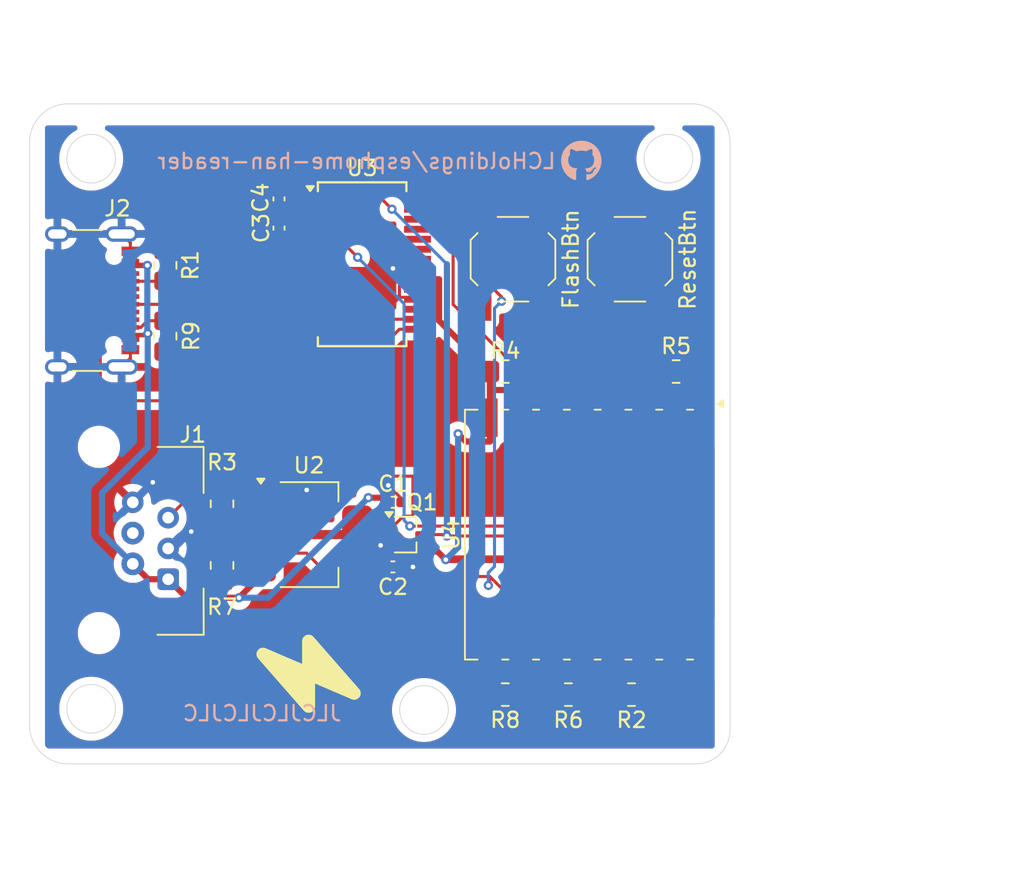
<source format=kicad_pcb>
(kicad_pcb (version 20241129) (generator "pcbnew") (generator_version "8.99")
  (layers (0 "F.Cu" signal) (2 "B.Cu" signal) (13 "F.Paste" user) (15 "B.Paste" user) (5 "F.SilkS" user "F.Silkscreen") (7 "B.SilkS" user "B.Silkscreen") (1 "F.Mask" user) (3 "B.Mask" user) (25 "Edge.Cuts" user))
  (net 0 "")
  (net 1 "GND")
  (net 2 "+5V")
  (net 3 "+3V3")
  (net 5 "Net-(Q1-B)")
  (net 6 "ESP-RX")
  (net 7 "Net-(U4-GPIO15)")
  (net 8 "ESP-TX")
  (net 10 "EN")
  (net 11 "RESET")
  (net 12 "GPIO 2")
  (net 13 "GPIO 0")
  (net 16 "FTDI-DTR")
  (net 19 "USB-DPOS")
  (net 22 "FTDI-RTS")
  (net 28 "USB-DNEG")
  (net 44 "USB-CC2")
  (net 45 "USB-CC1")
  (footprint "Resistor_SMD:R_0805_2012Metric_Pad1.20x1.40mm_HandSolder" (layer "F.Cu") (at 157.9 86.5)
    (property "Reference" "R4")
    (property "Value" "10K" (hide yes))
  )
  (footprint "Capacitor_SMD:C_0402_1005Metric" (layer "F.Cu") (at 150.62 95 180)
    (property "Reference" "C1")
    (property "Value" "22uF" (hide yes))
  )
  (footprint "Resistor_SMD:R_0805_2012Metric_Pad1.20x1.40mm_HandSolder" (layer "F.Cu") (at 135.8 84.2 90)
    (property "Reference" "R9")
    (property "Value" "5K1" (hide yes))
  )
  (footprint "Resistor_SMD:R_0805_2012Metric_Pad1.20x1.40mm_HandSolder" (layer "F.Cu") (at 169 86.5)
    (property "Reference" "R5")
    (property "Value" "10K" (hide yes))
  )
  (footprint "Resistor_SMD:R_0805_2012Metric_Pad1.20x1.40mm_HandSolder" (layer "F.Cu") (at 166.1 107.5 180)
    (property "Reference" "R2")
    (property "Value" "10K" (hide yes))
  )
  (footprint "Resistor_SMD:R_0805_2012Metric_Pad1.20x1.40mm_HandSolder" (layer "F.Cu") (at 139.5 99.1 -90)
    (property "Reference" "R7")
    (property "Value" "10K" (hide yes))
  )
  (footprint "Connector_RJ:RJ12_DS1133-S60BPX" (layer "F.Cu") (at 131.6 97.1)
    (property "Reference" "J1")
    (property "Value" "RJ12" (hide yes))
  )
  (footprint "Resistor_SMD:R_0805_2012Metric_Pad1.20x1.40mm_HandSolder" (layer "F.Cu") (at 139.5 95.1 90)
    (property "Reference" "R3")
    (property "Value" "4K7" (hide yes))
  )
  (footprint "Package_TO_SOT_SMD:SOT-323_SC-70" (layer "F.Cu") (at 151.4 97.1)
    (property "Reference" "Q1")
    (property "Value" "BC817W" (hide yes))
  )
  (footprint "Button_Switch_SMD:SW_SPST_TL3342" (layer "F.Cu") (at 158.4 79.2 90)
    (property "Reference" "SW2" (hide yes))
    (property "Value" "FlashBtn")
  )
  (footprint "Capacitor_SMD:C_0402_1005Metric" (layer "F.Cu") (at 150.6 99.2)
    (property "Reference" "C2")
    (property "Value" "22uF" (hide yes))
  )
  (footprint "Package_SO:SSOP-28_5.3x10.2mm_P0.65mm" (layer "F.Cu") (at 148.6 79.525)
    (property "Reference" "U3")
    (property "Value" "FT232RL" (hide yes))
  )
  (footprint "Capacitor_SMD:C_0402_1005Metric" (layer "F.Cu") (at 143.2 77.18 90)
    (property "Reference" "C3")
    (property "Value" "0.1 µF" (hide yes))
  )
  (footprint "Button_Switch_SMD:SW_SPST_TL3342" (layer "F.Cu") (at 166 79.2 90)
    (property "Reference" "SW1" (hide yes))
    (property "Value" "ResetBtn")
  )
  (footprint "Connector_USB:USB_C_Receptacle_XKB_U262-16XN-4BVC11" (layer "F.Cu") (at 129.875 81.88 -90)
    (property "Reference" "J2")
    (property "Value" "YTC-TC16-473" (hide yes))
  )
  (footprint "Resistor_SMD:R_0805_2012Metric_Pad1.20x1.40mm_HandSolder" (layer "F.Cu") (at 162 107.5 180)
    (property "Reference" "R6")
    (property "Value" "10K" (hide yes))
  )
  (footprint "Resistor_SMD:R_0805_2012Metric_Pad1.20x1.40mm_HandSolder" (layer "F.Cu") (at 157.9 107.5 180)
    (property "Reference" "R8")
    (property "Value" "10K" (hide yes))
  )
  (footprint "RF_Module:ESP-07" (layer "F.Cu") (at 166 97.1 -90)
    (property "Reference" "U4")
    (property "Value" "ESP-07" (hide yes))
  )
  (footprint "Package_TO_SOT_SMD:SOT-223-3_TabPin2" (layer "F.Cu") (at 145.15 97.1)
    (property "Reference" "U2")
    (property "Value" "TLV1117LV33DCYT" (hide yes))
  )
  (footprint "Resistor_SMD:R_0805_2012Metric_Pad1.20x1.40mm_HandSolder" (layer "F.Cu") (at 135.8 79.6 -90)
    (property "Reference" "R1")
    (property "Value" "5K1" (hide yes))
  )
  (footprint "Capacitor_SMD:C_0402_1005Metric" (layer "F.Cu") (at 143.2 75.28 -90)
    (property "Reference" "C4")
    (property "Value" "0.1 µF" (hide yes))
  )
  (gr_poly (pts (xy 148.507111 107.462381) (xy 148.501478 107.497076) (xy 148.492926 107.531338) (xy 148.481444 107.564979) (xy 148.474601 107.581509) (xy 148.467021 107.597814) (xy 148.458702 107.613872) (xy 148.449644 107.629657) (xy 148.439844 107.645149) (xy 148.429302 107.660322) (xy 148.418113 107.675029) (xy 148.406389 107.689134) (xy 148.381427 107.715507) (xy 148.3546 107.739393) (xy 148.326094 107.76074) (xy 148.296092 107.779498) (xy 148.264777 107.795616) (xy 148.232335 107.809045) (xy 148.198949 107.819734) (xy 148.164804 107.827632) (xy 148.130083 107.832689) (xy 148.09497 107.834855) (xy 148.05965 107.834079) (xy 148.024307 107.830311) (xy 147.989125 107.823501) (xy 147.954288 107.813598) (xy 147.937056 107.807471) (xy 147.919979 107.800552) (xy 145.545344 106.783229) (xy 145.545344 108.25828) (xy 145.545024 108.274839) (xy 145.544071 108.291268) (xy 145.542494 108.307553) (xy 145.540305 108.32368) (xy 145.537514 108.339635) (xy 145.534129 108.355405) (xy 145.530163 108.370977) (xy 145.525624 108.386335) (xy 145.520523 108.401466) (xy 145.514871 108.416357) (xy 145.508677 108.430994) (xy 145.501951 108.445362) (xy 145.494704 108.459449) (xy 145.486946 108.473239) (xy 145.478687 108.48672) (xy 145.469938 108.499878) (xy 145.460707 108.512699) (xy 145.451007 108.525168) (xy 145.440846 108.537273) (xy 145.430235 108.548999) (xy 145.419184 108.560333) (xy 145.407703 108.571261) (xy 145.395803 108.581768) (xy 145.383493 108.591842) (xy 145.370785 108.601468) (xy 145.357687 108.610632) (xy 145.34421 108.619321) (xy 145.330365 108.627522) (xy 145.316161 108.635219) (xy 145.301609 108.6424) (xy 145.286719 108.64905) (xy 145.2715 108.655155) (xy 145.256058 108.660664) (xy 145.240501 108.665533) (xy 145.224847 108.669768) (xy 145.209111 108.673374) (xy 145.193312 108.676355) (xy 145.177465 108.678715) (xy 145.161589 108.68046) (xy 145.145699 108.681593) (xy 145.113948 108.682045) (xy 145.082349 108.680108) (xy 145.051036 108.675818) (xy 145.020146 108.669212) (xy 144.989814 108.660327) (xy 144.960176 108.6492) (xy 144.931367 108.635868) (xy 144.903523 108.620367) (xy 144.87678 108.602735) (xy 144.863863 108.593131) (xy 144.851273 108.583008) (xy 144.839025 108.57237) (xy 144.827138 108.561222) (xy 144.815627 108.54957) (xy 144.804511 108.537416) (xy 141.841178 105.15075) (xy 141.829372 105.136537) (xy 141.818266 105.121945) (xy 141.807861 105.106997) (xy 141.798157 105.091715) (xy 141.780861 105.060244) (xy 141.766391 105.027718) (xy 141.754758 104.994325) (xy 141.745974 104.96025) (xy 141.74005 104.925678) (xy 141.736998 104.890797) (xy 141.73683 104.855791) (xy 141.739556 104.820847) (xy 141.745189 104.786152) (xy 141.753741 104.75189) (xy 141.765223 104.718249) (xy 141.772066 104.701719) (xy 141.779647 104.685414) (xy 141.787965 104.669357) (xy 141.797023 104.653571) (xy 141.806823 104.638079) (xy 141.817365 104.622906) (xy 141.828554 104.608199) (xy 141.840278 104.594094) (xy 141.86524 104.567721) (xy 141.892067 104.543835) (xy 141.920573 104.522488) (xy 141.950575 104.50373) (xy 141.98189 104.487612) (xy 142.014332 104.474183) (xy 142.047718 104.463494) (xy 142.081863 104.455596) (xy 142.116584 104.450539) (xy 142.151697 104.448373) (xy 142.187017 104.449149) (xy 142.22236 104.452917) (xy 142.257542 104.459727) (xy 142.29238 104.46963) (xy 142.309611 104.475757) (xy 142.326688 104.482677) (xy 144.7 105.5) (xy 144.7 104.024948) (xy 144.700324 104.008505) (xy 144.701288 103.992178) (xy 144.702882 103.975981) (xy 144.705096 103.959928) (xy 144.707917 103.944034) (xy 144.711337 103.928314) (xy 144.715344 103.912781) (xy 144.719927 103.897451) (xy 144.725076 103.882339) (xy 144.73078 103.867457) (xy 144.737029 103.852822) (xy 144.743812 103.838447) (xy 144.751118 103.824348) (xy 144.758936 103.810538) (xy 144.767256 103.797033) (xy 144.776068 103.783846) (xy 144.78536 103.770993) (xy 144.795123 103.758487) (xy 144.805344 103.746344) (xy 144.816014 103.734578) (xy 144.827122 103.723203) (xy 144.838657 103.712234) (xy 144.850609 103.701686) (xy 144.862967 103.691572) (xy 144.875721 103.681909) (xy 144.888859 103.672709) (xy 144.90237 103.663988) (xy 144.916246 103.655761) (xy 144.930474 103.648041) (xy 144.945044 103.640843) (xy 144.959945 103.634182) (xy 144.975167 103.628072) (xy 144.990609 103.622564) (xy 145.006166 103.617695) (xy 145.021821 103.61346) (xy 145.037556 103.609854) (xy 145.053356 103.606873) (xy 145.069202 103.604513) (xy 145.085079 103.602768) (xy 145.100968 103.601635) (xy 145.132719 103.601183) (xy 145.164318 103.603121) (xy 145.195631 103.607411) (xy 145.226521 103.614017) (xy 145.256853 103.622901) (xy 145.286492 103.634028) (xy 145.315301 103.64736) (xy 145.343145 103.662861) (xy 145.369888 103.680493) (xy 145.382804 103.690097) (xy 145.395395 103.700221) (xy 145.407642 103.710858) (xy 145.41953 103.722006) (xy 145.43104 103.733659) (xy 145.442157 103.745812) (xy 148.40549 107.132479) (xy 148.417295 107.146691) (xy 148.428401 107.161283) (xy 148.438807 107.176232) (xy 148.44851 107.191514) (xy 148.465806 107.222985) (xy 148.480276 107.25551) (xy 148.491909 107.288903) (xy 148.500693 107.322978) (xy 148.506617 107.35755) (xy 148.509669 107.392432) (xy 148.509838 107.427437)) (stroke (width -0.000001)) (fill yes) (layer "F.SilkS"))
  (gr_poly (pts (xy 163.626387 73.317632) (xy 163.625474 73.317728) (xy 163.624553 73.31787) (xy 163.623625 73.318058) (xy 163.622693 73.318291) (xy 163.621758 73.318568) (xy 163.619885 73.319249) (xy 163.61802 73.320094) (xy 163.616175 73.321092) (xy 163.614365 73.322236) (xy 163.612602 73.323518) (xy 163.6109 73.324928) (xy 163.609271 73.326458) (xy 163.60845 73.327407) (xy 163.607672 73.328366) (xy 163.606938 73.329334) (xy 163.606247 73.33031) (xy 163.605601 73.331292) (xy 163.605 73.332278) (xy 163.604442 73.333266) (xy 163.60393 73.334255) (xy 163.603463 73.335244) (xy 163.603041 73.33623) (xy 163.602664 73.337212) (xy 163.602332 73.338188) (xy 163.602047 73.339157) (xy 163.601807 73.340117) (xy 163.601613 73.341066) (xy 163.601466 73.342003) (xy 163.601365 73.342926) (xy 163.601311 73.343833) (xy 163.601304 73.344723) (xy 163.601344 73.345594) (xy 163.601431 73.346445) (xy 163.601566 73.347273) (xy 163.601749 73.348078) (xy 163.601979 73.348857) (xy 163.602257 73.349609) (xy 163.602584 73.350332) (xy 163.602959 73.351025) (xy 163.603382 73.351686) (xy 163.603855 73.352313) (xy 163.604376 73.352905) (xy 163.604947 73.353459) (xy 163.605567 73.353975) (xy 163.606227 73.354589) (xy 163.606917 73.355142) (xy 163.607634 73.355636) (xy 163.608377 73.35607) (xy 163.609145 73.356447) (xy 163.609936 73.356767) (xy 163.610747 73.357031) (xy 163.611578 73.357241) (xy 163.612427 73.357397) (xy 163.613292 73.357501) (xy 163.614172 73.357554) (xy 163.615064 73.357556) (xy 163.615968 73.357509) (xy 163.616881 73.357414) (xy 163.617803 73.357272) (xy 163.61873 73.357084) (xy 163.619662 73.356851) (xy 163.620598 73.356574) (xy 163.622471 73.355892) (xy 163.624336 73.355048) (xy 163.62618 73.35405) (xy 163.62799 73.352905) (xy 163.629753 73.351624) (xy 163.631455 73.350214) (xy 163.633084 73.348683) (xy 163.633905 73.347735) (xy 163.634684 73.346776) (xy 163.635418 73.345807) (xy 163.636108 73.344831) (xy 163.636754 73.34385) (xy 163.637356 73.342864) (xy 163.637913 73.341876) (xy 163.638425 73.340886) (xy 163.638893 73.339898) (xy 163.639315 73.338912) (xy 163.639692 73.33793) (xy 163.640023 73.336954) (xy 163.640309 73.335985) (xy 163.640548 73.335025) (xy 163.640742 73.334076) (xy 163.640889 73.333139) (xy 163.64099 73.332216) (xy 163.641044 73.331309) (xy 163.641051 73.330419) (xy 163.641011 73.329548) (xy 163.640924 73.328697) (xy 163.640789 73.327868) (xy 163.640607 73.327064) (xy 163.640376 73.326285) (xy 163.640098 73.325533) (xy 163.639772 73.324809) (xy 163.639397 73.324117) (xy 163.638973 73.323456) (xy 163.6385 73.322829) (xy 163.637979 73.322237) (xy 163.637408 73.321683) (xy 163.636788 73.321167) (xy 163.636128 73.320553) (xy 163.635438 73.319999) (xy 163.634721 73.319506) (xy 163.633978 73.319072) (xy 163.63321 73.318695) (xy 163.63242 73.318375) (xy 163.631608 73.318111) (xy 163.630777 73.317901) (xy 163.629928 73.317744) (xy 163.629063 73.31764) (xy 163.628183 73.317588) (xy 163.627291 73.317586)) (stroke (width -0.000001)) (fill yes) (layer "B.SilkS"))
  (gr_poly (pts (xy 163.198247 73.523629) (xy 163.196858 73.523693) (xy 163.195486 73.523803) (xy 163.194133 73.523956) (xy 163.192801 73.524152) (xy 163.191492 73.524389) (xy 163.190208 73.524668) (xy 163.188952 73.524987) (xy 163.187726 73.525344) (xy 163.186532 73.52574) (xy 163.185371 73.526172) (xy 163.184246 73.526641) (xy 163.18316 73.527145) (xy 163.182114 73.527682) (xy 163.18111 73.528253) (xy 163.180151 73.528857) (xy 163.179239 73.529491) (xy 163.178375 73.530155) (xy 163.177563 73.530849) (xy 163.176803 73.531571) (xy 163.176099 73.532321) (xy 163.175452 73.533096) (xy 163.174865 73.533898) (xy 163.174339 73.534723) (xy 163.173877 73.535572) (xy 163.173481 73.536444) (xy 163.173153 73.537337) (xy 163.172895 73.53825) (xy 163.172709 73.539183) (xy 163.172596 73.540174) (xy 163.172552 73.54116) (xy 163.172577 73.542141) (xy 163.17267 73.543116) (xy 163.172828 73.544083) (xy 163.173051 73.545042) (xy 163.173337 73.545992) (xy 163.173685 73.546931) (xy 163.174093 73.547858) (xy 163.17456 73.548772) (xy 163.175085 73.549673) (xy 163.175667 73.550559) (xy 163.176304 73.551429) (xy 163.176994 73.552283) (xy 163.17853 73.553934) (xy 163.180264 73.555504) (xy 163.182187 73.556986) (xy 163.184285 73.55837) (xy 163.18655 73.559647) (xy 163.18897 73.56081) (xy 163.191534 73.56185) (xy 163.194231 73.562757) (xy 163.197051 73.563525) (xy 163.198532 73.563841) (xy 163.2 73.564097) (xy 163.201451 73.564293) (xy 163.202885 73.564431) (xy 163.204299 73.564512) (xy 163.205691 73.564538) (xy 163.20706 73.564508) (xy 163.208403 73.564426) (xy 163.209719 73.564292) (xy 163.211007 73.564107) (xy 163.212263 73.563873) (xy 163.213487 73.56359) (xy 163.214676 73.563261) (xy 163.215829 73.562886) (xy 163.216944 73.562466) (xy 163.218019 73.562004) (xy 163.219052 73.561499) (xy 163.220041 73.560954) (xy 163.220985 73.56037) (xy 163.221881 73.559747) (xy 163.222728 73.559088) (xy 163.223524 73.558393) (xy 163.224268 73.557664) (xy 163.224956 73.556902) (xy 163.225588 73.556108) (xy 163.226161 73.555284) (xy 163.226674 73.55443) (xy 163.227125 73.553548) (xy 163.227512 73.55264) (xy 163.227834 73.551706) (xy 163.228087 73.550748) (xy 163.228271 73.549767) (xy 163.228385 73.548632) (xy 163.228428 73.54751) (xy 163.228403 73.546403) (xy 163.228311 73.54531) (xy 163.228152 73.544233) (xy 163.22793 73.543172) (xy 163.227644 73.542128) (xy 163.227296 73.541102) (xy 163.226888 73.540094) (xy 163.22642 73.539106) (xy 163.225895 73.538138) (xy 163.225313 73.537191) (xy 163.224677 73.536265) (xy 163.223987 73.535362) (xy 163.223244 73.534483) (xy 163.222451 73.533627) (xy 163.220716 73.531991) (xy 163.218794 73.53046) (xy 163.216695 73.529041) (xy 163.21443 73.52774) (xy 163.212011 73.526563) (xy 163.209447 73.525516) (xy 163.20675 73.524605) (xy 163.20393 73.523837) (xy 163.202495 73.523713) (xy 163.201068 73.523638) (xy 163.199651 73.52361)) (stroke (width -0.000001)) (fill yes) (layer "B.SilkS"))
  (gr_poly (pts (xy 163.509401 73.461393) (xy 163.508247 73.461463) (xy 163.507076 73.461594) (xy 163.505891 73.461786) (xy 163.504695 73.462038) (xy 163.50349 73.462351) (xy 163.502277 73.462724) (xy 163.501061 73.463158) (xy 163.499843 73.463653) (xy 163.498625 73.46421) (xy 163.49741 73.464827) (xy 163.496201 73.465506) (xy 163.495 73.466246) (xy 163.493809 73.467047) (xy 163.49263 73.46791) (xy 163.491467 73.468835) (xy 163.490321 73.469821) (xy 163.489196 73.470869) (xy 163.488092 73.471979) (xy 163.487122 73.472938) (xy 163.486195 73.473929) (xy 163.485313 73.474948) (xy 163.484476 73.475994) (xy 163.483684 73.477062) (xy 163.482938 73.478151) (xy 163.482238 73.479258) (xy 163.481585 73.48038) (xy 163.480979 73.481514) (xy 163.480422 73.482658) (xy 163.479912 73.483809) (xy 163.479451 73.484965) (xy 163.479039 73.486121) (xy 163.478677 73.487277) (xy 163.478365 73.488429) (xy 163.478104 73.489574) (xy 163.477894 73.49071) (xy 163.477736 73.491834) (xy 163.47763 73.492943) (xy 163.477576 73.494035) (xy 163.477576 73.495106) (xy 163.477629 73.496155) (xy 163.477736 73.497178) (xy 163.477898 73.498173) (xy 163.478114 73.499137) (xy 163.478386 73.500067) (xy 163.478715 73.500961) (xy 163.479099 73.501815) (xy 163.479541 73.502628) (xy 163.48004 73.503396) (xy 163.480598 73.504117) (xy 163.481213 73.504788) (xy 163.481882 73.505552) (xy 163.482599 73.506257) (xy 163.483361 73.506903) (xy 163.484167 73.50749) (xy 163.485013 73.508018) (xy 163.485899 73.508486) (xy 163.486821 73.508895) (xy 163.487778 73.509244) (xy 163.488768 73.509534) (xy 163.489787 73.509763) (xy 163.490836 73.509933) (xy 163.49191 73.510043) (xy 163.493008 73.510093) (xy 163.494129 73.510082) (xy 163.495269 73.510012) (xy 163.496427 73.509881) (xy 163.4976 73.509689) (xy 163.498786 73.509437) (xy 163.499984 73.509125) (xy 163.501191 73.508751) (xy 163.502405 73.508317) (xy 163.503624 73.507822) (xy 163.506067 73.506648) (xy 163.508505 73.505229) (xy 163.509716 73.504428) (xy 163.510919 73.503565) (xy 163.512112 73.50264) (xy 163.513292 73.501654) (xy 163.514459 73.500606) (xy 163.515609 73.499496) (xy 163.516723 73.498537) (xy 163.517785 73.497546) (xy 163.518793 73.496527) (xy 163.519746 73.495482) (xy 163.520645 73.494413) (xy 163.521489 73.493324) (xy 163.522277 73.492217) (xy 163.523009 73.491095) (xy 163.523684 73.489961) (xy 163.524303 73.488817) (xy 163.524864 73.487666) (xy 163.525366 73.486511) (xy 163.525811 73.485354) (xy 163.526196 73.484198) (xy 163.526522 73.483046) (xy 163.526788 73.481901) (xy 163.526993 73.480765) (xy 163.527137 73.479641) (xy 163.52722 73.478532) (xy 163.527241 73.47744) (xy 163.5272 73.476369) (xy 163.527096 73.47532) (xy 163.526928 73.474297) (xy 163.526697 73.473302) (xy 163.526401 73.472338) (xy 163.52604 73.471408) (xy 163.525614 73.470514) (xy 163.525123 73.46966) (xy 163.524565 73.468847) (xy 163.52394 73.468079) (xy 163.523248 73.467358) (xy 163.522488 73.466687) (xy 163.521817 73.465923) (xy 163.521096 73.465218) (xy 163.520327 73.464572) (xy 163.519513 73.463985) (xy 163.518655 73.463457) (xy 163.517757 73.462989) (xy 163.516821 73.46258) (xy 163.515849 73.462231) (xy 163.514843 73.461941) (xy 163.513807 73.461712) (xy 163.512742 73.461542) (xy 163.511651 73.461432) (xy 163.510537 73.461382)) (stroke (width -0.000001)) (fill yes) (layer "B.SilkS"))
  (gr_poly (pts (xy 163.572679 73.385905) (xy 163.57167 73.386016) (xy 163.570655 73.386187) (xy 163.569637 73.386417) (xy 163.568618 73.386704) (xy 163.5676 73.387048) (xy 163.566584 73.387448) (xy 163.565575 73.387902) (xy 163.564572 73.388411) (xy 163.563579 73.388972) (xy 163.562598 73.389586) (xy 163.56163 73.39025) (xy 163.560678 73.390964) (xy 163.559745 73.391728) (xy 163.558831 73.392539) (xy 163.55794 73.393398) (xy 163.557073 73.394302) (xy 163.556233 73.395252) (xy 163.555421 73.396246) (xy 163.55464 73.397283) (xy 163.553893 73.398363) (xy 163.55318 73.399483) (xy 163.552411 73.400629) (xy 163.551691 73.401782) (xy 163.551022 73.402941) (xy 163.550402 73.404105) (xy 163.549831 73.405272) (xy 163.54931 73.406441) (xy 163.548839 73.40761) (xy 163.548417 73.408777) (xy 163.548045 73.409941) (xy 163.547723 73.4111) (xy 163.54745 73.412253) (xy 163.547227 73.413399) (xy 163.547053 73.414535) (xy 163.546929 73.41566) (xy 163.546855 73.416773) (xy 163.54683 73.417872) (xy 163.546855 73.418955) (xy 163.546929 73.420022) (xy 163.547053 73.421069) (xy 163.547227 73.422097) (xy 163.54745 73.423103) (xy 163.547723 73.424085) (xy 163.548045 73.425043) (xy 163.548417 73.425975) (xy 163.548839 73.426878) (xy 163.54931 73.427752) (xy 163.549831 73.428595) (xy 163.550402 73.429406) (xy 163.551022 73.430182) (xy 163.551691 73.430923) (xy 163.552411 73.431627) (xy 163.55318 73.432292) (xy 163.553846 73.432757) (xy 163.554553 73.433161) (xy 163.555299 73.433504) (xy 163.556081 73.433787) (xy 163.556896 73.434011) (xy 163.557743 73.434176) (xy 163.558619 73.434284) (xy 163.559521 73.434334) (xy 163.560448 73.434327) (xy 163.561396 73.434265) (xy 163.562363 73.434147) (xy 163.563347 73.433975) (xy 163.564345 73.433749) (xy 163.565355 73.43347) (xy 163.566374 73.433138) (xy 163.567401 73.432755) (xy 163.569466 73.431835) (xy 163.57153 73.430715) (xy 163.573574 73.429402) (xy 163.575578 73.427901) (xy 163.577524 73.426217) (xy 163.578468 73.425308) (xy 163.579391 73.424355) (xy 163.580289 73.423359) (xy 163.581161 73.422321) (xy 163.582003 73.421241) (xy 163.582813 73.420121) (xy 163.583582 73.418975) (xy 163.584301 73.417823) (xy 163.584971 73.416664) (xy 163.585591 73.415502) (xy 163.586162 73.414338) (xy 163.586683 73.413174) (xy 163.587154 73.412011) (xy 163.587576 73.410852) (xy 163.587948 73.409699) (xy 163.58827 73.408552) (xy 163.588543 73.407415) (xy 163.588766 73.406289) (xy 163.58894 73.405176) (xy 163.589064 73.404077) (xy 163.589138 73.402995) (xy 163.589163 73.401931) (xy 163.589138 73.400887) (xy 163.589064 73.399865) (xy 163.58894 73.398867) (xy 163.588766 73.397895) (xy 163.588543 73.39695) (xy 163.58827 73.396035) (xy 163.587948 73.39515) (xy 163.587576 73.394299) (xy 163.587154 73.393483) (xy 163.586683 73.392703) (xy 163.586162 73.391962) (xy 163.585591 73.391262) (xy 163.584971 73.390603) (xy 163.584301 73.389989) (xy 163.583582 73.389421) (xy 163.582813 73.3889) (xy 163.582004 73.38829) (xy 163.581166 73.387751) (xy 163.580302 73.387282) (xy 163.579413 73.38688) (xy 163.578501 73.386547) (xy 163.577569 73.386279) (xy 163.576619 73.386077) (xy 163.575653 73.38594) (xy 163.574673 73.385866) (xy 163.573681 73.385855)) (stroke (width -0.000001)) (fill yes) (layer "B.SilkS"))
  (gr_poly (pts (xy 163.410221 73.519688) (xy 163.407608 73.520072) (xy 163.405013 73.520662) (xy 163.403542 73.52113) (xy 163.402107 73.52164) (xy 163.400708 73.52219) (xy 163.399347 73.522778) (xy 163.398026 73.523403) (xy 163.396746 73.524063) (xy 163.395508 73.524757) (xy 163.394314 73.525483) (xy 163.393165 73.526239) (xy 163.392062 73.527023) (xy 163.391006 73.527835) (xy 163.39 73.528671) (xy 163.389044 73.529532) (xy 163.38814 73.530414) (xy 163.387289 73.531317) (xy 163.386492 73.532238) (xy 163.385751 73.533176) (xy 163.385068 73.53413) (xy 163.384443 73.535098) (xy 163.383877 73.536078) (xy 163.383373 73.537068) (xy 163.382932 73.538067) (xy 163.382555 73.539073) (xy 163.382242 73.540085) (xy 163.381997 73.5411) (xy 163.381819 73.542118) (xy 163.381711 73.543136) (xy 163.381674 73.544154) (xy 163.381709 73.545168) (xy 163.381817 73.546178) (xy 163.382 73.547183) (xy 163.382259 73.548179) (xy 163.382593 73.549156) (xy 163.382999 73.5501) (xy 163.383475 73.551012) (xy 163.384016 73.55189) (xy 163.384621 73.552732) (xy 163.385287 73.553539) (xy 163.386011 73.554309) (xy 163.38679 73.555042) (xy 163.387622 73.555735) (xy 163.388504 73.556389) (xy 163.390407 73.557574) (xy 163.392478 73.558588) (xy 163.394694 73.559424) (xy 163.397035 73.560074) (xy 163.399477 73.56053) (xy 163.402001 73.560784) (xy 163.404583 73.56083) (xy 163.407203 73.560658) (xy 163.409838 73.560261) (xy 163.412466 73.559632) (xy 163.413772 73.559228) (xy 163.415067 73.558763) (xy 163.41654 73.558439) (xy 163.41798 73.558064) (xy 163.419385 73.557641) (xy 163.420755 73.557171) (xy 163.422087 73.556656) (xy 163.42338 73.556098) (xy 163.424631 73.555498) (xy 163.425841 73.55486) (xy 163.427006 73.554184) (xy 163.428125 73.553473) (xy 163.429197 73.552729) (xy 163.43022 73.551954) (xy 163.431192 73.551149) (xy 163.432111 73.550316) (xy 163.432977 73.549458) (xy 163.433787 73.548576) (xy 163.434539 73.547673) (xy 163.435232 73.546749) (xy 163.435865 73.545808) (xy 163.436435 73.544851) (xy 163.436942 73.54388) (xy 163.437383 73.542897) (xy 163.437756 73.541904) (xy 163.438061 73.540903) (xy 163.438295 73.539896) (xy 163.438457 73.538884) (xy 163.438546 73.53787) (xy 163.438558 73.536856) (xy 163.438494 73.535843) (xy 163.438351 73.534834) (xy 163.438127 73.53383) (xy 163.437821 73.532833) (xy 163.43744 73.531857) (xy 163.436994 73.530912) (xy 163.436484 73.529999) (xy 163.435913 73.52912) (xy 163.435283 73.528274) (xy 163.434597 73.527463) (xy 163.433858 73.526686) (xy 163.433067 73.525946) (xy 163.431342 73.524575) (xy 163.429441 73.523355) (xy 163.427383 73.522291) (xy 163.425188 73.52139) (xy 163.422875 73.520656) (xy 163.420463 73.520095) (xy 163.417973 73.519712) (xy 163.415423 73.519513) (xy 163.412832 73.519503)) (stroke (width -0.000001)) (fill yes) (layer "B.SilkS"))
  (gr_poly (pts (xy 163.680405 73.272986) (xy 163.678683 73.273095) (xy 163.676896 73.273309) (xy 163.675048 73.27363) (xy 163.673143 73.27406) (xy 163.671184 73.2746) (xy 163.669262 73.275628) (xy 163.66835 73.276168) (xy 163.66747 73.276724) (xy 163.666625 73.277295) (xy 163.665813 73.27788) (xy 163.665037 73.278479) (xy 163.664296 73.27909) (xy 163.663592 73.279712) (xy 163.662925 73.280346) (xy 163.662296 73.280989) (xy 163.661705 73.281641) (xy 163.661154 73.282302) (xy 163.660642 73.28297) (xy 163.660171 73.283644) (xy 163.659741 73.284323) (xy 163.659352 73.285008) (xy 163.659007 73.285696) (xy 163.658704 73.286387) (xy 163.658446 73.28708) (xy 163.658232 73.287774) (xy 163.658063 73.288468) (xy 163.65794 73.289162) (xy 163.657864 73.289855) (xy 163.657835 73.290545) (xy 163.657854 73.291232) (xy 163.657921 73.291915) (xy 163.658038 73.292593) (xy 163.658205 73.293265) (xy 163.658423 73.29393) (xy 163.658692 73.294588) (xy 163.659013 73.295237) (xy 163.65938 73.295915) (xy 163.659786 73.296558) (xy 163.660229 73.297167) (xy 163.660707 73.297741) (xy 163.661219 73.29828) (xy 163.661763 73.298784) (xy 163.662337 73.299253) (xy 163.66294 73.299686) (xy 163.663571 73.300083) (xy 163.664227 73.300445) (xy 163.664906 73.300771) (xy 163.665608 73.30106) (xy 163.66633 73.301313) (xy 163.667072 73.30153) (xy 163.66783 73.301709) (xy 163.668604 73.301852) (xy 163.669392 73.301957) (xy 163.670193 73.302025) (xy 163.671824 73.302048) (xy 163.673484 73.30192) (xy 163.675161 73.301637) (xy 163.676841 73.3012) (xy 163.677678 73.300922) (xy 163.678511 73.300606) (xy 163.679338 73.300249) (xy 163.680157 73.299853) (xy 163.680968 73.299418) (xy 163.681767 73.298942) (xy 163.683689 73.297913) (xy 163.684601 73.297374) (xy 163.685481 73.296818) (xy 163.686326 73.296247) (xy 163.687138 73.295662) (xy 163.687914 73.295063) (xy 163.688655 73.294452) (xy 163.689359 73.293829) (xy 163.690026 73.293196) (xy 163.690655 73.292553) (xy 163.691246 73.2919) (xy 163.691797 73.29124) (xy 163.692309 73.290572) (xy 163.69278 73.289898) (xy 163.69321 73.289218) (xy 163.693599 73.288534) (xy 163.693944 73.287846) (xy 163.694247 73.287155) (xy 163.694505 73.286462) (xy 163.694719 73.285768) (xy 163.694888 73.285073) (xy 163.695011 73.284379) (xy 163.695087 73.283687) (xy 163.695116 73.282997) (xy 163.695097 73.28231) (xy 163.69503 73.281627) (xy 163.694913 73.280949) (xy 163.694746 73.280277) (xy 163.694528 73.279611) (xy 163.694259 73.278954) (xy 163.693938 73.278304) (xy 163.693188 73.277356) (xy 163.692331 73.276496) (xy 163.69137 73.275725) (xy 163.690308 73.275046) (xy 163.689151 73.274461) (xy 163.687901 73.27397) (xy 163.686563 73.273574) (xy 163.685141 73.273277) (xy 163.683638 73.273079) (xy 163.682058 73.272981)) (stroke (width -0.000001)) (fill yes) (layer "B.SilkS"))
  (gr_poly (pts (xy 162.78735 71.497692) (xy 162.719858 71.502508) (xy 162.653345 71.51045) (xy 162.587896 71.521447) (xy 162.523594 71.535431) (xy 162.460522 71.552332) (xy 162.398764 71.572079) (xy 162.338403 71.594603) (xy 162.279524 71.619836) (xy 162.22221 71.647706) (xy 162.166545 71.678144) (xy 162.112611 71.711081) (xy 162.060494 71.746447) (xy 162.010276 71.784172) (xy 161.962041 71.824187) (xy 161.915872 71.866422) (xy 161.871854 71.910806) (xy 161.830069 71.957272) (xy 161.790602 72.005748) (xy 161.753537 72.056166) (xy 161.718956 72.108455) (xy 161.686943 72.162546) (xy 161.657582 72.21837) (xy 161.630957 72.275856) (xy 161.607151 72.334935) (xy 161.586248 72.395537) (xy 161.568331 72.457593) (xy 161.553485 72.521033) (xy 161.541792 72.585787) (xy 161.533336 72.651785) (xy 161.528202 72.718959) (xy 161.526472 72.787238) (xy 161.527517 72.841999) (xy 161.53063 72.89622) (xy 161.535776 72.949856) (xy 161.542921 73.002864) (xy 161.55203 73.055198) (xy 161.563069 73.106815) (xy 161.576003 73.15767) (xy 161.590798 73.207718) (xy 161.607419 73.256917) (xy 161.625832 73.305221) (xy 161.646003 73.352586) (xy 161.667895 73.398968) (xy 161.691477 73.444322) (xy 161.716712 73.488605) (xy 161.743566 73.531771) (xy 161.772005 73.573778) (xy 161.801994 73.614579) (xy 161.833499 73.654132) (xy 161.866486 73.692392) (xy 161.900919 73.729314) (xy 161.936764 73.764855) (xy 161.973988 73.79897) (xy 162.012554 73.831614) (xy 162.05243 73.862744) (xy 162.09358 73.892315) (xy 162.13597 73.920283) (xy 162.179565 73.946604) (xy 162.224331 73.971233) (xy 162.270233 73.994126) (xy 162.317237 74.015238) (xy 162.365309 74.034527) (xy 162.414413 74.051946) (xy 162.420588 74.052931) (xy 162.426516 74.05361) (xy 162.432199 74.053996) (xy 162.437642 74.0541) (xy 162.442846 74.053932) (xy 162.447817 74.053504) (xy 162.452556 74.052827) (xy 162.457069 74.051913) (xy 162.461357 74.050772) (xy 162.465425 74.049416) (xy 162.469275 74.047857) (xy 162.472912 74.046104) (xy 162.476338 74.044171) (xy 162.479557 74.042067) (xy 162.482572 74.039804) (xy 162.485387 74.037394) (xy 162.488006 74.034847) (xy 162.49043 74.032175) (xy 162.492665 74.029389) (xy 162.494713 74.0265) (xy 162.496578 74.02352) (xy 162.498262 74.02046) (xy 162.49977 74.017331) (xy 162.501105 74.014144) (xy 162.502271 74.01091) (xy 162.503269 74.007641) (xy 162.504105 74.004348) (xy 162.504782 74.001043) (xy 162.505669 73.994438) (xy 162.505959 73.987917) (xy 162.504371 73.545533) (xy 162.504847 73.522742) (xy 162.50624 73.500994) (xy 162.508501 73.480279) (xy 162.511581 73.460586) (xy 162.51543 73.441903) (xy 162.519998 73.42422) (xy 162.525236 73.407526) (xy 162.531094 73.39181) (xy 162.537523 73.377062) (xy 162.544472 73.363271) (xy 162.551893 73.350425) (xy 162.559735 73.338513) (xy 162.56795 73.327526) (xy 162.576487 73.317452) (xy 162.585297 73.30828) (xy 162.59433 73.3) (xy 162.483299 73.286248) (xy 162.428425 73.277418) (xy 162.374618 73.266381) (xy 162.322359 73.252462) (xy 162.296959 73.244209) (xy 162.272126 73.234981) (xy 162.24792 73.224693) (xy 162.224401 73.213261) (xy 162.201628 73.200601) (xy 162.179662 73.186626) (xy 162.158562 73.171253) (xy 162.138389 73.154397) (xy 162.119203 73.135974) (xy 162.101063 73.115898) (xy 162.084029 73.094084) (xy 162.068163 73.070449) (xy 162.053522 73.044908) (xy 162.040168 73.017375) (xy 162.028161 72.987767) (xy 162.01756 72.955998) (xy 162.008425 72.921984) (xy 162.000817 72.88564) (xy 161.994795 72.846881) (xy 161.990419 72.805623) (xy 161.98775 72.761781) (xy 161.986846 72.715271) (xy 161.98745 72.688906) (xy 161.98924 72.664092) (xy 161.99219 72.640693) (xy 161.996272 72.618574) (xy 162.001458 72.597599) (xy 162.00772 72.577633) (xy 162.015029 72.558539) (xy 162.023359 72.540183) (xy 162.032681 72.522428) (xy 162.042967 72.505139) (xy 162.05419 72.48818) (xy 162.066321 72.471416) (xy 162.079332 72.454711) (xy 162.093197 72.437929) (xy 162.107886 72.420934) (xy 162.123371 72.403592) (xy 162.117039 72.385809) (xy 162.109522 72.358761) (xy 162.105864 72.342) (xy 162.102563 72.323206) (xy 162.099838 72.302474) (xy 162.097905 72.279899) (xy 162.096983 72.255575) (xy 162.09729 72.229597) (xy 162.099043 72.20206) (xy 162.102461 72.173057) (xy 162.107761 72.142684) (xy 162.11516 72.111035) (xy 162.124877 72.078205) (xy 162.13713 72.044288) (xy 162.147908 72.041625) (xy 162.159456 72.040137) (xy 162.171702 72.039752) (xy 162.184572 72.0404) (xy 162.197993 72.042007) (xy 162.211894 72.044504) (xy 162.2262 72.047818) (xy 162.240838 72.051878) (xy 162.255736 72.056612) (xy 162.270821 72.061949) (xy 162.301259 72.074146) (xy 162.331569 72.087897) (xy 162.361166 72.102628) (xy 162.389467 72.117769) (xy 162.415888 72.132747) (xy 162.460757 72.159927) (xy 162.502255 72.187163) (xy 162.542297 72.176722) (xy 162.582977 72.167633) (xy 162.624191 72.159909) (xy 162.665833 72.153561) (xy 162.707798 72.148602) (xy 162.749979 72.145044) (xy 162.792272 72.142901) (xy 162.834571 72.142183) (xy 162.876871 72.142901) (xy 162.919164 72.145044) (xy 162.961345 72.148602) (xy 163.003309 72.153561) (xy 163.044951 72.159909) (xy 163.086165 72.167633) (xy 163.126846 72.176722) (xy 163.166888 72.187163) (xy 163.208386 72.160002) (xy 163.253255 72.132887) (xy 163.279676 72.11794) (xy 163.307977 72.102827) (xy 163.337574 72.088116) (xy 163.367884 72.074379) (xy 163.398322 72.062184) (xy 163.428305 72.052101) (xy 163.457249 72.0447) (xy 163.471149 72.042184) (xy 163.484571 72.040551) (xy 163.497441 72.039874) (xy 163.509687 72.040224) (xy 163.521235 72.041671) (xy 163.532013 72.044288) (xy 163.53847 72.06133) (xy 163.544266 72.078117) (xy 163.549428 72.094639) (xy 163.553983 72.110883) (xy 163.557959 72.126836) (xy 163.561382 72.142487) (xy 163.564281 72.157824) (xy 163.566682 72.172834) (xy 163.568612 72.187505) (xy 163.570099 72.201825) (xy 163.57117 72.215782) (xy 163.571852 72.229365) (xy 163.572159 72.255355) (xy 163.571238 72.279701) (xy 163.569305 72.302303) (xy 163.566579 72.323066) (xy 163.563279 72.341893) (xy 163.559621 72.358687) (xy 163.555823 72.373351) (xy 163.552104 72.385787) (xy 163.545771 72.403592) (xy 163.561126 72.420841) (xy 163.575446 72.437755) (xy 163.588736 72.454469) (xy 163.601003 72.471118) (xy 163.612253 72.487839) (xy 163.622492 72.504767) (xy 163.631727 72.522037) (xy 163.639963 72.539786) (xy 163.647207 72.558149) (xy 163.653465 72.577261) (xy 163.658743 72.597258) (xy 163.663048 72.618276) (xy 163.666385 72.640451) (xy 163.668761 72.663918) (xy 163.670182 72.688813) (xy 163.670655 72.715271) (xy 163.66979 72.761643) (xy 163.667231 72.805367) (xy 163.663033 72.846527) (xy 163.657253 72.885206) (xy 163.649944 72.921487) (xy 163.641162 72.955454) (xy 163.630963 72.98719) (xy 163.6194 73.01678) (xy 163.60653 73.044306) (xy 163.592407 73.069853) (xy 163.577087 73.093502) (xy 163.560624 73.115339) (xy 163.543075 73.135447) (xy 163.524493 73.153909) (xy 163.504934 73.170808) (xy 163.484454 73.186229) (xy 163.463107 73.200255) (xy 163.440949 73.212968) (xy 163.418034 73.224454) (xy 163.394418 73.234795) (xy 163.345303 73.252376) (xy 163.294045 73.266381) (xy 163.241085 73.277478) (xy 163.186863 73.286335) (xy 163.076401 73.3) (xy 163.083496 73.306828) (xy 163.090478 73.314217) (xy 163.097319 73.322171) (xy 163.103992 73.330692) (xy 163.110469 73.339783) (xy 163.116724 73.349448) (xy 163.122729 73.35969) (xy 163.128457 73.370512) (xy 163.133882 73.381916) (xy 163.138976 73.393906) (xy 163.143711 73.406486) (xy 163.148061 73.419658) (xy 163.151999 73.433425) (xy 163.155498 73.447791) (xy 163.158529 73.462758) (xy 163.161067 73.478329) (xy 163.176596 73.485087) (xy 163.194616 73.491982) (xy 163.214836 73.498595) (xy 163.23697 73.504506) (xy 163.260728 73.509295) (xy 163.285822 73.512541) (xy 163.311965 73.513825) (xy 163.325339 73.513599) (xy 163.338867 73.512725) (xy 163.352513 73.511151) (xy 163.366241 73.508823) (xy 163.380014 73.505689) (xy 163.393797 73.501697) (xy 163.407554 73.496795) (xy 163.421248 73.490929) (xy 163.434844 73.484047) (xy 163.448306 73.476097) (xy 163.461596 73.467026) (xy 163.474681 73.456782) (xy 163.487522 73.445311) (xy 163.500085 73.432563) (xy 163.512334 73.418483) (xy 163.524231 73.40302) (xy 163.535742 73.386121) (xy 163.54683 73.367733) (xy 163.553794 73.356261) (xy 163.561071 73.345446) (xy 163.568624 73.335268) (xy 163.576421 73.325708) (xy 163.584424 73.316748) (xy 163.5926 73.308367) (xy 163.600913 73.300548) (xy 163.609329 73.29327) (xy 163.617812 73.286514) (xy 163.626328 73.280262) (xy 163.634841 73.274494) (xy 163.643317 73.269191) (xy 163.65172 73.264333) (xy 163.660016 73.259902) (xy 163.668169 73.255878) (xy 163.676145 73.252243) (xy 163.691424 73.24606) (xy 163.705575 73.241199) (xy 163.718315 73.237507) (xy 163.729367 73.23483) (xy 163.73845 73.233015) (xy 163.745285 73.231909) (xy 163.751088 73.231209) (xy 163.762519 73.231303) (xy 163.772548 73.231862) (xy 163.781244 73.232856) (xy 163.788674 73.234254) (xy 163.794908 73.236026) (xy 163.800012 73.238139) (xy 163.804055 73.240565) (xy 163.807105 73.243272) (xy 163.809231 73.246229) (xy 163.8105 73.249406) (xy 163.81098 73.252771) (xy 163.81074 73.256295) (xy 163.809848 73.259947) (xy 163.808371 73.263695) (xy 163.806379 73.267509) (xy 163.803939 73.271359) (xy 163.801118 73.275213) (xy 163.797986 73.279042) (xy 163.79106 73.286497) (xy 163.783704 73.29348) (xy 163.776463 73.299744) (xy 163.764508 73.309134) (xy 163.759555 73.3127) (xy 163.751497 73.316748) (xy 163.743601 73.321416) (xy 163.735872 73.326655) (xy 163.728317 73.332417) (xy 163.720942 73.338652) (xy 163.713753 73.345311) (xy 163.706756 73.352345) (xy 163.699957 73.359705) (xy 163.68698 73.375206) (xy 163.674871 73.391421) (xy 163.66368 73.407957) (xy 163.653457 73.42442) (xy 163.64425 73.440419) (xy 163.63611 73.45556) (xy 163.629086 73.469449) (xy 163.623228 73.481694) (xy 163.612446 73.506375) (xy 163.604317 73.527685) (xy 163.594594 73.547213) (xy 163.583399 73.565033) (xy 163.570854 73.581215) (xy 163.55708 73.595833) (xy 163.542198 73.60896) (xy 163.52633 73.620667) (xy 163.509598 73.631027) (xy 163.492122 73.640113) (xy 163.474024 73.647997) (xy 163.455425 73.654752) (xy 163.436448 73.660449) (xy 163.417212 73.665163) (xy 163.397841 73.668964) (xy 163.378454 73.671926) (xy 163.359174 73.674121) (xy 163.321419 73.6765) (xy 163.285546 73.67668) (xy 163.252528 73.675242) (xy 163.223335 73.672765) (xy 163.180311 73.667014) (xy 163.164242 73.664067) (xy 163.162655 73.988975) (xy 163.162939 73.995496) (xy 163.16381 74.002101) (xy 163.165299 74.008699) (xy 163.167434 74.015202) (xy 163.170245 74.021518) (xy 163.171913 74.024579) (xy 163.173761 74.027559) (xy 163.175793 74.030447) (xy 163.178012 74.033233) (xy 163.180423 74.035905) (xy 163.183028 74.038452) (xy 163.185831 74.040863) (xy 163.188837 74.043125) (xy 163.192048 74.045229) (xy 163.195469 74.047163) (xy 163.199103 74.048915) (xy 163.202954 74.050475) (xy 163.207026 74.05183) (xy 163.211321 74.052971) (xy 163.215845 74.053886) (xy 163.2206 74.054562) (xy 163.225591 74.05499) (xy 163.23082 74.055158) (xy 163.236292 74.055055) (xy 163.24201 74.054669) (xy 163.247979 74.053989) (xy 163.254201 74.053004) (xy 163.351216 74.01611) (xy 163.444214 73.971942) (xy 163.532885 73.920851) (xy 163.616919 73.863191) (xy 163.696009 73.799314) (xy 163.769843 73.729573) (xy 163.838114 73.654321) (xy 163.900511 73.57391) (xy 163.956726 73.488693) (xy 164.006449 73.399023) (xy 164.049371 73.305253) (xy 164.085182 73.207735) (xy 164.113574 73.106822) (xy 164.134237 73.002866) (xy 164.146861 72.89622) (xy 164.151138 72.787238) (xy 164.149505 72.718959) (xy 164.144654 72.651785) (xy 164.136655 72.585787) (xy 164.12558 72.521033) (xy 164.1115 72.457593) (xy 164.094487 72.395537) (xy 164.074611 72.334935) (xy 164.051944 72.275856) (xy 164.026557 72.21837) (xy 163.998521 72.162546) (xy 163.967908 72.108455) (xy 163.934788 72.056166) (xy 163.899234 72.005748) (xy 163.861315 71.957272) (xy 163.821104 71.910806) (xy 163.778671 71.866422) (xy 163.734088 71.824187) (xy 163.687426 71.784172) (xy 163.638756 71.746447) (xy 163.588149 71.711081) (xy 163.535677 71.678144) (xy 163.481411 71.647706) (xy 163.425422 71.619836) (xy 163.367781 71.594603) (xy 163.30856 71.572079) (xy 163.247829 71.552332) (xy 163.18566 71.535431) (xy 163.122125 71.521447) (xy 163.057294 71.51045) (xy 162.991238 71.502508) (xy 162.924029 71.497692) (xy 162.855738 71.496071)) (stroke (width -0.000001)) (fill yes) (layer "B.SilkS"))
  (gr_poly (pts (xy 163.297053 73.537459) (xy 163.294254 73.537721) (xy 163.291556 73.538191) (xy 163.288977 73.538859) (xy 163.286531 73.539717) (xy 163.284238 73.540754) (xy 163.282114 73.541961) (xy 163.281121 73.542626) (xy 163.280176 73.54333) (xy 163.279282 73.544072) (xy 163.278441 73.544851) (xy 163.277655 73.545666) (xy 163.276926 73.546515) (xy 163.276257 73.547397) (xy 163.275648 73.548311) (xy 163.275104 73.549257) (xy 163.274625 73.550232) (xy 163.274214 73.551236) (xy 163.273873 73.552268) (xy 163.273604 73.553326) (xy 163.273409 73.554409) (xy 163.273291 73.555516) (xy 163.273251 73.556646) (xy 163.273286 73.557632) (xy 163.273391 73.558604) (xy 163.273564 73.559561) (xy 163.273804 73.560503) (xy 163.274108 73.561428) (xy 163.274475 73.562334) (xy 163.274904 73.563221) (xy 163.275392 73.564087) (xy 163.275939 73.564932) (xy 163.276542 73.565754) (xy 163.2772 73.566552) (xy 163.277911 73.567324) (xy 163.278673 73.568071) (xy 163.279486 73.568789) (xy 163.280347 73.569479) (xy 163.281254 73.57014) (xy 163.282207 73.570769) (xy 163.283202 73.571366) (xy 163.28424 73.57193) (xy 163.285317 73.572459) (xy 163.286433 73.572952) (xy 163.287585 73.573409) (xy 163.288773 73.573828) (xy 163.289994 73.574208) (xy 163.291246 73.574547) (xy 163.292529 73.574845) (xy 163.293841 73.5751) (xy 163.295179 73.575311) (xy 163.296542 73.575478) (xy 163.297929 73.575598) (xy 163.299338 73.575671) (xy 163.300767 73.575696) (xy 163.303978 73.575877) (xy 163.307054 73.575832) (xy 163.309986 73.57557) (xy 163.312764 73.575101) (xy 163.315378 73.574432) (xy 163.317817 73.573575) (xy 163.318968 73.573078) (xy 163.320072 73.572538) (xy 163.321127 73.571955) (xy 163.322132 73.57133) (xy 163.323086 73.570665) (xy 163.323988 73.569961) (xy 163.324836 73.569219) (xy 163.325629 73.568441) (xy 163.326366 73.567626) (xy 163.327045 73.566777) (xy 163.327665 73.565895) (xy 163.328226 73.56498) (xy 163.328725 73.564035) (xy 163.329162 73.563059) (xy 163.329535 73.562055) (xy 163.329844 73.561024) (xy 163.330085 73.559966) (xy 163.33026 73.558883) (xy 163.330365 73.557776) (xy 163.330401 73.556646) (xy 163.330365 73.55566) (xy 163.33026 73.554688) (xy 163.330087 73.55373) (xy 163.329848 73.552789) (xy 163.329544 73.551864) (xy 163.329176 73.550958) (xy 163.328748 73.550071) (xy 163.328259 73.549204) (xy 163.327713 73.54836) (xy 163.327109 73.547538) (xy 163.326452 73.54674) (xy 163.32574 73.545967) (xy 163.324978 73.545221) (xy 163.324165 73.544502) (xy 163.323304 73.543812) (xy 163.322397 73.543152) (xy 163.321445 73.542523) (xy 163.320449 73.541926) (xy 163.319412 73.541362) (xy 163.318334 73.540833) (xy 163.317218 73.540339) (xy 163.316066 73.539883) (xy 163.314878 73.539464) (xy 163.313657 73.539084) (xy 163.312405 73.538745) (xy 163.311122 73.538447) (xy 163.30981 73.538192) (xy 163.308472 73.53798) (xy 163.307109 73.537814) (xy 163.305722 73.537694) (xy 163.304313 73.53762) (xy 163.302884 73.537596) (xy 163.299935 73.537414)) (stroke (width -0.000001)) (fill yes) (layer "B.SilkS"))
  (gr_arc (start 170 69.1) (mid 171.767767 69.832233) (end 172.5 71.6) (stroke (width 0.05)) (layer "Edge.Cuts"))
  (gr_circle (center 131 108.418861) (end 131.5 109.918861) (stroke (width 0.05)) (fill no) (layer "Edge.Cuts"))
  (gr_arc (start 129.5 112) (mid 127.732233 111.267767) (end 127 109.5) (stroke (width 0.05)) (layer "Edge.Cuts"))
  (gr_line (start 127 71.6) (end 127 109.5) (stroke (width 0.05)) (layer "Edge.Cuts"))
  (gr_arc (start 127 71.6) (mid 127.732233 69.832233) (end 129.5 69.1) (stroke (width 0.05)) (layer "Edge.Cuts"))
  (gr_arc (start 172.5 109.8) (mid 171.855635 111.355635) (end 170.3 112) (stroke (width 0.05)) (layer "Edge.Cuts"))
  (gr_line (start 129.5 69.1) (end 170 69.1) (stroke (width 0.05)) (layer "Edge.Cuts"))
  (gr_circle (center 168.5 72.664097) (end 169 74.164097) (stroke (width 0.05)) (fill no) (layer "Edge.Cuts"))
  (gr_line (start 129.5 112) (end 170.3 112) (stroke (width 0.05)) (layer "Edge.Cuts"))
  (gr_circle (center 131 72.664097) (end 131.5 74.164097) (stroke (width 0.05)) (fill no) (layer "Edge.Cuts"))
  (gr_line (start 172.5 71.6) (end 172.5 109.8) (stroke (width 0.05)) (layer "Edge.Cuts"))
  (gr_circle (center 152.618861 108.5) (end 153.118861 110) (stroke (width 0.05)) (fill no) (layer "Edge.Cuts"))
  (gr_text "JLCJLCJLCJLC" (at 142.1 109.3 0) (layer "B.SilkS") (effects (font (size 1 1)) (justify bottom mirror)))
  (gr_text "LCHoldings/esphome-han-reader" (at 161.263069 73.406815 0) (layer "B.SilkS") (effects (font (size 1 1)) (justify left bottom mirror)))
  (segment (start 150.65 79.85) (end 151.024 80.224) (width 0.2) (layer "F.Cu") (net 1))
  (segment (start 152.076 81.676) (end 152.2 81.8) (width 0.2) (layer "F.Cu") (net 1))
  (segment (start 149.8 97.8) (end 150.35 97.8) (width 0.2) (layer "F.Cu") (net 1))
  (segment (start 151.9 99.2) (end 151.08 99.2) (width 0.2) (layer "F.Cu") (net 1))
  (segment (start 145.124 79.324) (end 145 79.2) (width 0.2) (layer "F.Cu") (net 1))
  (segment (start 146.5 79.324) (end 145.124 79.324) (width 0.2) (layer "F.Cu") (net 1))
  (segment (start 151.024 80.224) (end 151.024 81.676) (width 0.2) (layer "F.Cu") (net 1))
  (segment (start 151.1 94.7) (end 151.1 95) (width 0.2) (layer "F.Cu") (net 1))
  (segment (start 146.5 79.8) (end 146.5 79.324) (width 0.2) (layer "F.Cu") (net 1))
  (segment (start 142.939 94.56385) (end 143.30285 94.2) (width 0.2) (layer "F.Cu") (net 1))
  (segment (start 150.6 79.8) (end 146.5 79.8) (width 0.2) (layer "F.Cu") (net 1))
  (segment (start 133.545 78.125) (end 133.545 78.53) (width 0.2) (layer "F.Cu") (net 1))
  (segment (start 133.545 85.23) (end 133.545 85.635) (width 0.2) (layer "F.Cu") (net 1))
  (segment (start 142.939 94.8) (end 142.939 94.56385) (width 0.2) (layer "F.Cu") (net 1))
  (segment (start 152.2 79.85) (end 150.65 79.85) (width 0.2) (layer "F.Cu") (net 1))
  (segment (start 133.545 85.635) (end 132.98 86.2) (width 0.2) (layer "F.Cu") (net 1))
  (segment (start 151.024 81.676) (end 152.076 81.676) (width 0.2) (layer "F.Cu") (net 1))
  (segment (start 150.35 97.8) (end 150.4 97.75) (width 0.2) (layer "F.Cu") (net 1))
  (segment (start 150.65 79.85) (end 150.6 79.8) (width 0.2) (layer "F.Cu") (net 1))
  (segment (start 143.30285 94.2) (end 145 94.2) (width 0.2) (layer "F.Cu") (net 1))
  (segment (start 133.545 84.93) (end 133.545 85.23) (width 0.2) (layer "F.Cu") (net 1))
  (segment (start 150.3 93.9) (end 151.1 94.7) (width 0.2) (layer "F.Cu") (net 1))
  (segment (start 132.98 77.56) (end 133.545 78.125) (width 0.2) (layer "F.Cu") (net 1))
  (segment (start 142 94.8) (end 142.939 94.8) (width 0.2) (layer "F.Cu") (net 1))
  (segment (start 150.6 79.8) (end 150.65 79.85) (width 0.2) (layer "F.Cu") (net 1))
  (via (at 151.9 99.2) (size 0.6) (drill 0.3) (layers "F.Cu" "B.Cu") (net 1))
  (via (at 150.3 93.9) (size 0.6) (drill 0.3) (layers "F.Cu" "B.Cu") (net 1))
  (via (at 149.8 97.8) (size 0.6) (drill 0.3) (layers "F.Cu" "B.Cu") (net 1))
  (via (at 145 94.2) (size 0.6) (drill 0.3) (layers "F.Cu" "B.Cu") (net 1))
  (via (at 150.6 79.8) (size 0.6) (drill 0.3) (layers "F.Cu" "B.Cu") (net 1))
  (via (at 137.5 96.9) (size 0.6) (drill 0.3) (layers "F.Cu" "B.Cu") (net 1))
  (via (at 135 93.7) (size 0.6) (drill 0.3) (layers "F.Cu" "B.Cu") (net 1))
  (segment (start 133.7 95) (end 135 93.7) (width 0.4) (layer "B.Cu") (net 1))
  (segment (start 136 98) (end 136.4 98) (width 0.4) (layer "B.Cu") (net 1))
  (segment (start 136.4 98) (end 137.5 96.9) (width 0.4) (layer "B.Cu") (net 1))
  (segment (start 133.545 79.63) (end 133.545 79.6) (width 0.2) (layer "F.Cu") (net 2))
  (segment (start 142 99.8) (end 140.6 101.2) (width 0.4) (layer "F.Cu") (net 2))
  (segment (start 133.545 79.6) (end 134.646 79.6) (width 0.35) (layer "F.Cu") (net 2))
  (segment (start 137.9 97.491364) (end 139.291364 96.1) (width 0.4) (layer "F.Cu") (net 2))
  (segment (start 134.7 100) (end 133.7 99) (width 0.4) (layer "F.Cu") (net 2))
  (segment (start 134.673 84.03) (end 134.573 84.13) (width 0.2) (layer "F.Cu") (net 2))
  (segment (start 137.2 101.2) (end 136 100) (width 0.4) (layer "F.Cu") (net 2))
  (segment (start 133.545 84.13) (end 133.545 84.43) (width 0.2) (layer "F.Cu") (net 2))
  (segment (start 136 100) (end 134.7 100) (width 0.4) (layer "F.Cu") (net 2))
  (segment (start 149.84 94.7) (end 150.14 95) (width 0.4) (layer "F.Cu") (net 2))
  (segment (start 133.703 99.0028) (end 133.7 99) (width 0.2) (layer "F.Cu") (net 2))
  (segment (start 140.6 101.2) (end 137.9 101.2) (width 0.4) (layer "F.Cu") (net 2))
  (segment (start 139.5 96.1) (end 139.65 95.95) (width 0.2) (layer "F.Cu") (net 2))
  (segment (start 137.9 101.2) (end 137.9 97.491364) (width 0.4) (layer "F.Cu") (net 2))
  (segment (start 134.573 84.13) (end 133.545 84.13) (width 0.3) (layer "F.Cu") (net 2))
  (segment (start 137.9 101.2) (end 137.2 101.2) (width 0.4) (layer "F.Cu") (net 2))
  (segment (start 149.973 94.8328) (end 150.14 95) (width 0.2) (layer "F.Cu") (net 2))
  (segment (start 149 94.7) (end 149.84 94.7) (width 0.4) (layer "F.Cu") (net 2))
  (segment (start 133.545 79.6) (end 133.545 79.33) (width 0.2) (layer "F.Cu") (net 2))
  (segment (start 139.291364 96.1) (end 139.5 96.1) (width 0.4) (layer "F.Cu") (net 2))
  (segment (start 142 99.4) (end 142 99.8) (width 0.4) (layer "F.Cu") (net 2))
  (via (at 140.6 101.2) (size 0.6) (drill 0.3) (layers "F.Cu" "B.Cu") (net 2))
  (via (at 134.673 84.03) (size 0.6) (drill 0.3) (layers "F.Cu" "B.Cu") (net 2))
  (via (at 134.646 79.6) (size 0.6) (drill 0.3) (layers "F.Cu" "B.Cu") (net 2))
  (via (at 149 94.7) (size 0.6) (drill 0.3) (layers "F.Cu" "B.Cu") (net 2))
  (segment (start 134.646 84.0037) (end 134.673 84.03) (width 0.2) (layer "B.Cu") (net 2))
  (segment (start 134.673 91.4274) (end 131.7 94.4) (width 0.4) (layer "B.Cu") (net 2))
  (segment (start 131.7 97) (end 133.7 99) (width 0.4) (layer "B.Cu") (net 2))
  (segment (start 134.673 84.03) (end 134.673 91.4274) (width 0.4) (layer "B.Cu") (net 2))
  (segment (start 131.7 94.4) (end 131.7 97) (width 0.4) (layer "B.Cu") (net 2))
  (segment (start 134.646 79.6) (end 134.646 84.0037) (width 0.4) (layer "B.Cu") (net 2))
  (segment (start 140.6 101.2) (end 142.5 101.2) (width 0.4) (layer "B.Cu") (net 2))
  (segment (start 142.5 101.2) (end 149 94.7) (width 0.4) (layer "B.Cu") (net 2))
  (segment (start 154.0627 98.7) (end 154.035 98.7277) (width 0.5) (layer "F.Cu") (net 3))
  (segment (start 156.9 87.5252) (end 156.9 89.5) (width 0.4) (layer "F.Cu") (net 3))
  (segment (start 152.7 98.2) (end 152.5204 98.0204) (width 0.4) (layer "F.Cu") (net 3))
  (segment (start 154.0277 98.7277) (end 153.5 98.2) (width 0.4) (layer "F.Cu") (net 3))
  (segment (start 159.154 98.7277) (end 159.1263 98.7) (width 0.5) (layer "F.Cu") (net 3))
  (segment (start 150.9444 98.376) (end 151.3 98.0204) (width 0.4) (layer "F.Cu") (net 3))
  (segment (start 152.2 80.5) (end 153.6 80.5) (width 0.4) (layer "F.Cu") (net 3))
  (segment (start 153.6 83.2) (end 156.9 86.5) (width 0.4) (layer "F.Cu") (net 3))
  (segment (start 142 97.1) (end 140.5 97.1) (width 0.5) (layer "F.Cu") (net 3))
  (segment (start 152.5204 98.0204) (end 151.3 98.0204) (width 0.4) (layer "F.Cu") (net 3))
  (segment (start 163.731 107.5) (end 165.1 107.5) (width 0.5) (layer "F.Cu") (net 3))
  (segment (start 151.3 97.5) (end 151.3 98.0204) (width 0.4) (layer "F.Cu") (net 3))
  (segment (start 150.48 98.52) (end 150.624 98.376) (width 0.4) (layer "F.Cu") (net 3))
  (segment (start 153.6 80.5) (end 153.6 83.2) (width 0.4) (layer "F.Cu") (net 3))
  (segment (start 156.9 87.7) (end 160.2 87.7) (width 0.4) (layer "F.Cu") (net 3))
  (segment (start 162.8263 102.4) (end 159.154 98.7277) (width 0.5) (layer "F.Cu") (net 3))
  (segment (start 156.9 91.0517) (end 155.337 91.0517) (width 0.4) (layer "F.Cu") (net 3))
  (segment (start 150.624 98.376) (end 150.9444 98.376) (width 0.4) (layer "F.Cu") (net 3))
  (segment (start 163 107.5) (end 163.731 107.5) (width 0.5) (layer "F.Cu") (net 3))
  (segment (start 150.9 97.1) (end 151.3 97.5) (width 0.4) (layer "F.Cu") (net 3))
  (segment (start 142 97.1) (end 148.3 97.1) (width 0.6) (layer "F.Cu") (net 3))
  (segment (start 148.3 97.1) (end 150.9 97.1) (width 0.4) (layer "F.Cu") (net 3))
  (segment (start 153.5 98.2) (end 152.7 98.2) (width 0.4) (layer "F.Cu") (net 3))
  (segment (start 161 86.9) (end 167.6 86.9) (width 0.4) (layer "F.Cu") (net 3))
  (segment (start 163.9 107.331) (end 163.731 107.5) (width 0.2) (layer "F.Cu") (net 3))
  (segment (start 163.9 102.4) (end 163.9 107.331) (width 0.5) (layer "F.Cu") (net 3))
  (segment (start 150.12 98.52) (end 150.48 98.52) (width 0.4) (layer "F.Cu") (net 3))
  (segment (start 160.2 87.7) (end 161 86.9) (width 0.4) (layer "F.Cu") (net 3))
  (segment (start 140.5 97.1) (end 139.5 98.1) (width 0.5) (layer "F.Cu") (net 3))
  (segment (start 163.9 102.4) (end 162.8263 102.4) (width 0.5) (layer "F.Cu") (net 3))
  (segment (start 154.035 98.7277) (end 154.0277 98.7277) (width 0.4) (layer "F.Cu") (net 3))
  (segment (start 150.12 99.2) (end 150.12 98.52) (width 0.4) (layer "F.Cu") (net 3))
  (segment (start 155.337 91.0517) (end 154.835 90.5495) (width 0.4) (layer "F.Cu") (net 3))
  (segment (start 167.6 86.9) (end 168 86.5) (width 0.4) (layer "F.Cu") (net 3))
  (segment (start 159.1263 98.7) (end 154.0627 98.7) (width 0.5) (layer "F.Cu") (net 3))
  (segment (start 156.9 87.5252) (end 156.9 86.5) (width 0.4) (layer "F.Cu") (net 3))
  (segment (start 156.9 89.5) (end 156.9 91.0517) (width 0.4) (layer "F.Cu") (net 3))
  (via (at 154.835 90.5495) (size 0.6) (drill 0.3) (layers "F.Cu" "B.Cu") (net 3))
  (via (at 154.035 98.7277) (size 0.6) (drill 0.3) (layers "F.Cu" "B.Cu") (net 3))
  (segment (start 154.835 97.9277) (end 154.835 90.5495) (width 0.4) (layer "B.Cu") (net 3))
  (segment (start 154.035 98.7277) (end 154.835 97.9277) (width 0.4) (layer "B.Cu") (net 3))
  (segment (start 139.5 94.1) (end 137.9 94.1) (width 0.2) (layer "F.Cu") (net 5))
  (segment (start 150.73 96.45) (end 151.28 95.9) (width 0.2) (layer "F.Cu") (net 5))
  (segment (start 150.4 96.45) (end 150.73 96.45) (width 0.2) (layer "F.Cu") (net 5))
  (segment (start 140.3 93.3) (end 139.5 94.1) (width 0.2) (layer "F.Cu") (net 5))
  (segment (start 151.28 95.9) (end 151.9 95.9) (width 0.2) (layer "F.Cu") (net 5))
  (segment (start 151.9 95.9) (end 151.9 93.3) (width 0.2) (layer "F.Cu") (net 5))
  (segment (start 151.9 93.3) (end 140.3 93.3) (width 0.2) (layer "F.Cu") (net 5))
  (segment (start 137.9 94.1) (end 136 96) (width 0.2) (layer "F.Cu") (net 5))
  (segment (start 168.9 106.252) (end 168.348 106.252) (width 0.2) (layer "F.Cu") (net 6))
  (segment (start 168.9 104.7) (end 168.9 106.252) (width 0.2) (layer "F.Cu") (net 6))
  (segment (start 150.538 75.9491) (end 149.889 75.3) (width 0.2) (layer "F.Cu") (net 6))
  (segment (start 154.107 97.1892) (end 154.018 97.1) (width 0.2) (layer "F.Cu") (net 6))
  (segment (start 162.941 97.1892) (end 154.107 97.1892) (width 0.2) (layer "F.Cu") (net 6))
  (segment (start 154.018 97.1) (end 152.4 97.1) (width 0.2) (layer "F.Cu") (net 6))
  (segment (start 168.348 106.252) (end 167.1 107.5) (width 0.2) (layer "F.Cu") (net 6))
  (segment (start 168.9 103.148) (end 162.941 97.1892) (width 0.2) (layer "F.Cu") (net 6))
  (segment (start 149.889 75.3) (end 145 75.3) (width 0.2) (layer "F.Cu") (net 6))
  (segment (start 168.9 104.7) (end 168.9 103.148) (width 0.2) (layer "F.Cu") (net 6))
  (via (at 150.538 75.9491) (size 0.6) (drill 0.3) (layers "F.Cu" "B.Cu") (net 6))
  (via (at 154.107 97.1892) (size 0.6) (drill 0.3) (layers "F.Cu" "B.Cu") (net 6))
  (segment (start 154.107 79.5181) (end 150.538 75.9491) (width 0.2) (layer "B.Cu") (net 6))
  (segment (start 154.107 97.1892) (end 154.107 79.5181) (width 0.4) (layer "B.Cu") (net 6))
  (segment (start 158.9 104.7) (end 158.9 107.5) (width 0.2) (layer "F.Cu") (net 7))
  (segment (start 147.133 77.9) (end 145 77.9) (width 0.2) (layer "F.Cu") (net 8))
  (segment (start 170.9 103.148) (end 170.9 104.7) (width 0.2) (layer "F.Cu") (net 8))
  (segment (start 148.306 79.0725) (end 147.133 77.9) (width 0.2) (layer "F.Cu") (net 8))
  (segment (start 151.7 96.5455) (end 164.297 96.5455) (width 0.2) (layer "F.Cu") (net 8))
  (segment (start 164.297 96.5455) (end 170.9 103.148) (width 0.2) (layer "F.Cu") (net 8))
  (via (at 151.7 96.5455) (size 0.6) (drill 0.3) (layers "F.Cu" "B.Cu") (net 8))
  (via (at 148.306 79.0725) (size 0.6) (drill 0.3) (layers "F.Cu" "B.Cu") (net 8))
  (segment (start 151.326 82.0928) (end 148.306 79.0725) (width 0.2) (layer "B.Cu") (net 8))
  (segment (start 151.7 96.5455) (end 151.326 96.1715) (width 0.2) (layer "B.Cu") (net 8))
  (segment (start 151.326 96.1715) (end 151.326 82.0928) (width 0.2) (layer "B.Cu") (net 8))
  (segment (start 166.9 89.5) (end 166.9 87.9483) (width 0.2) (layer "F.Cu") (net 10))
  (segment (start 166.9 87.9483) (end 168.152 87.9483) (width 0.2) (layer "F.Cu") (net 10))
  (segment (start 159.927 85.4729) (end 158.9 86.5) (width 0.2) (layer "F.Cu") (net 10))
  (segment (start 154.511 82.138) (end 154.511 76.0744) (width 0.2) (layer "F.Cu") (net 10))
  (segment (start 168.569 85.4729) (end 159.927 85.4729) (width 0.2) (layer "F.Cu") (net 10))
  (segment (start 154.511 76.0744) (end 153.21 74.7733) (width 0.2) (layer "F.Cu") (net 10))
  (segment (start 168.946 87.1536) (end 168.946 85.8507) (width 0.2) (layer "F.Cu") (net 10))
  (segment (start 168.946 85.8507) (end 168.569 85.4729) (width 0.2) (layer "F.Cu") (net 10))
  (segment (start 143.227 74.7733) (end 143.2 74.8) (width 0.2) (layer "F.Cu") (net 10))
  (segment (start 168.152 87.9483) (end 168.946 87.1536) (width 0.2) (layer "F.Cu") (net 10))
  (segment (start 158.9 86.5) (end 158.873 86.5) (width 0.2) (layer "F.Cu") (net 10))
  (segment (start 158.873 86.5) (end 154.511 82.138) (width 0.2) (layer "F.Cu") (net 10))
  (segment (start 153.21 74.7733) (end 143.227 74.7733) (width 0.2) (layer "F.Cu") (net 10))
  (segment (start 170 87.0483) (end 170 86.5) (width 0.2) (layer "F.Cu") (net 11))
  (segment (start 167.9 82.35) (end 167.9 83.5017) (width 0.2) (layer "F.Cu") (net 11))
  (segment (start 170.9 87.9483) (end 170 87.0483) (width 0.2) (layer "F.Cu") (net 11))
  (segment (start 167.9 76.05) (end 167.9 82.35) (width 0.2) (layer "F.Cu") (net 11))
  (segment (start 170.9 89.5) (end 170.9 87.9483) (width 0.2) (layer "F.Cu") (net 11))
  (segment (start 170 85.6017) (end 170 86.5) (width 0.2) (layer "F.Cu") (net 11))
  (segment (start 167.9 83.5017) (end 170 85.6017) (width 0.2) (layer "F.Cu") (net 11))
  (segment (start 160.9 107.4) (end 160.9 104.7) (width 0.2) (layer "F.Cu") (net 12))
  (segment (start 161 107.5) (end 160.9 107.4) (width 0.2) (layer "F.Cu") (net 12))
  (segment (start 156.891 100.309) (end 156.8 100.4) (width 0.2) (layer "F.Cu") (net 13))
  (segment (start 142.848 74.2143) (end 142.563 74.4998) (width 0.2) (layer "F.Cu") (net 13))
  (segment (start 156.891 99.8225) (end 156.891 100.309) (width 0.2) (layer "F.Cu") (net 13))
  (segment (start 156.5 76.05) (end 156.5 81.1983) (width 0.2) (layer "F.Cu") (net 13))
  (segment (start 157.66 81.6551) (end 157.203 81.1983) (width 0.2) (layer "F.Cu") (net 13))
  (segment (start 156.5 74.8983) (end 155.816 74.2143) (width 0.2) (layer "F.Cu") (net 13))
  (segment (start 156.5 82.35) (end 156.5 81.1983) (width 0.2) (layer "F.Cu") (net 13))
  (segment (start 156.5 76.05) (end 156.5 74.8983) (width 0.2) (layer "F.Cu") (net 13))
  (segment (start 146.503 99.8225) (end 156.891 99.8225) (width 0.2) (layer "F.Cu") (net 13))
  (segment (start 160.217 103.148) (end 156.891 99.8225) (width 0.2) (layer "F.Cu") (net 13))
  (segment (start 155.816 74.2143) (end 142.848 74.2143) (width 0.2) (layer "F.Cu") (net 13))
  (segment (start 162.9 103.148) (end 160.217 103.148) (width 0.2) (layer "F.Cu") (net 13))
  (segment (start 142.563 77.023) (end 143.2 77.66) (width 0.2) (layer "F.Cu") (net 13))
  (segment (start 144.983 98.3032) (end 146.503 99.8225) (width 0.2) (layer "F.Cu") (net 13))
  (segment (start 157.203 81.1983) (end 156.5 81.1983) (width 0.2) (layer "F.Cu") (net 13))
  (segment (start 142.563 74.4998) (end 142.563 77.023) (width 0.2) (layer "F.Cu") (net 13))
  (segment (start 140.8968 98.3032) (end 144.983 98.3032) (width 0.2) (layer "F.Cu") (net 13))
  (segment (start 157.66 81.9293) (end 157.66 81.6551) (width 0.2) (layer "F.Cu") (net 13))
  (segment (start 162.9 104.7) (end 162.9 103.148) (width 0.2) (layer "F.Cu") (net 13))
  (segment (start 139.5 99.7) (end 140.8968 98.3032) (width 0.2) (layer "F.Cu") (net 13))
  (segment (start 139.5 100.1) (end 139.5 99.7) (width 0.2) (layer "F.Cu") (net 13))
  (via (at 157.66 81.9293) (size 0.6) (drill 0.3) (layers "F.Cu" "B.Cu") (net 13))
  (via (at 156.8 100.4) (size 0.6) (drill 0.3) (layers "F.Cu" "B.Cu") (net 13))
  (segment (start 156.8 100.4) (end 156.8 99.5694) (width 0.2) (layer "B.Cu") (net 13))
  (segment (start 156.8 99.5694) (end 157.2 99.1694) (width 0.2) (layer "B.Cu") (net 13))
  (segment (start 157.2 99.1694) (end 157.2 82.3893) (width 0.2) (layer "B.Cu") (net 13))
  (segment (start 157.2 82.3893) (end 157.66 81.9293) (width 0.2) (layer "B.Cu") (net 13))
  (segment (start 143.2 75.76) (end 143.39 75.95) (width 0.2) (layer "F.Cu") (net 16))
  (segment (start 143.39 75.95) (end 145 75.95) (width 0.2) (layer "F.Cu") (net 16))
  (segment (start 146.373 88.4) (end 151.023 83.75) (width 0.2) (layer "F.Cu") (net 19))
  (segment (start 132.668 81.63) (end 131.589 82.7095) (width 0.2) (layer "F.Cu") (net 19))
  (segment (start 151.023 83.75) (end 152.2 83.75) (width 0.2) (layer "F.Cu") (net 19))
  (segment (start 131.589 88.0888) (end 131.9 88.4) (width 0.2) (layer "F.Cu") (net 19))
  (segment (start 133.545 81.63) (end 132.668 81.63) (width 0.2) (layer "F.Cu") (net 19))
  (segment (start 131.9 88.4) (end 146.373 88.4) (width 0.2) (layer "F.Cu") (net 19))
  (segment (start 131.589 82.7095) (end 131.589 88.0888) (width 0.2) (layer "F.Cu") (net 19))
  (segment (start 143.823 76.6) (end 143.723 76.7) (width 0.2) (layer "F.Cu") (net 22))
  (segment (start 145 76.6) (end 143.823 76.6) (width 0.2) (layer "F.Cu") (net 22))
  (segment (start 143.723 76.7) (end 143.2 76.7) (width 0.2) (layer "F.Cu") (net 22))
  (segment (start 133.545 82.13) (end 138.265 82.13) (width 0.2) (layer "F.Cu") (net 28))
  (segment (start 138.265 82.13) (end 140.412 84.2767) (width 0.2) (layer "F.Cu") (net 28))
  (segment (start 149.533 83.1) (end 152.2 83.1) (width 0.2) (layer "F.Cu") (net 28))
  (segment (start 148.356 84.2767) (end 149.533 83.1) (width 0.2) (layer "F.Cu") (net 28))
  (segment (start 140.412 84.2767) (end 148.356 84.2767) (width 0.2) (layer "F.Cu") (net 28))
  (segment (start 134.652 83.2) (end 134.222 83.63) (width 0.2) (layer "F.Cu") (net 44))
  (segment (start 135.8 83.2) (end 134.652 83.2) (width 0.2) (layer "F.Cu") (net 44))
  (segment (start 134.222 83.63) (end 133.545 83.63) (width 0.2) (layer "F.Cu") (net 44))
  (segment (start 133.545 80.63) (end 135.77 80.63) (width 0.2) (layer "F.Cu") (net 45))
  (segment (start 135.77 80.63) (end 135.8 80.6) (width 0.2) (layer "F.Cu") (net 45))
  (zone (net 1) (net_name "GND") (layers "F&B.Cu") (connect_pads (clearance 0.5)) (min_thickness 0.35) (fill yes (thermal_gap 0.5) (thermal_bridge_width 0.5))
    (polygon (pts (xy 128 70.5) (xy 171.5 70.5) (xy 171.5 111) (xy 151 111) (xy 128 111)))
  )
)
</source>
